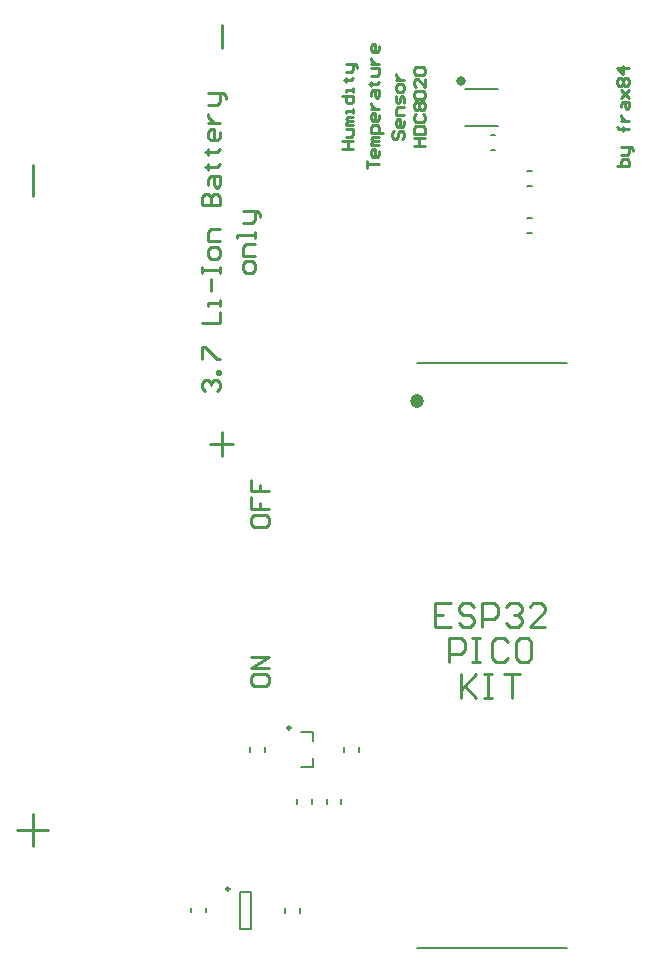
<source format=gbr>
G04 Layer_Color=65535*
%FSLAX24Y24*%
%MOIN*%
%TF.FileFunction,Legend,Top*%
%TF.Part,Single*%
G01*
G75*
%TA.AperFunction,NonConductor*%
%ADD23C,0.0098*%
%TA.AperFunction,OtherPad,Pad U2-3 (3043.307mil,4417.323mil)*%
%ADD24C,0.0315*%
%TA.AperFunction,OtherPad,Free Pad (2895.276mil,3353.543mil)*%
%ADD25C,0.0472*%
%TA.AperFunction,NonConductor*%
%ADD26C,0.0079*%
%ADD27C,0.0050*%
%ADD28C,0.0100*%
D23*
X22697Y17254D02*
G03*
X22697Y17254I-49J0D01*
G01*
X24734Y22628D02*
G03*
X24734Y22628I-49J0D01*
G01*
D24*
X30433Y44173D02*
D03*
D25*
X28953Y33535D02*
D03*
D26*
X23051Y15925D02*
X23406D01*
Y17146D01*
X23051D01*
Y15925D01*
X25079Y21319D02*
X25472D01*
Y21624D01*
Y22195D02*
Y22500D01*
X25079D01*
D27*
X21404Y16481D02*
Y16631D01*
X21904D02*
Y16481D01*
X24553Y16461D02*
Y16611D01*
X25053D02*
Y16461D01*
X28953Y15285D02*
X33953D01*
X27022Y21833D02*
Y21983D01*
X26522D02*
Y21833D01*
X26427Y20240D02*
Y20083D01*
X25935D02*
Y20240D01*
X25443Y20240D02*
Y20083D01*
X24951D02*
Y20240D01*
X23872Y21835D02*
Y21985D01*
X23372D02*
Y21835D01*
X33953Y34785D02*
X28953D01*
X32618Y39124D02*
X32776D01*
Y39616D02*
X32618D01*
Y40699D02*
X32776D01*
Y41191D02*
X32618D01*
X31552Y42376D02*
X31402D01*
X31654Y42677D02*
X30551D01*
X31402Y41876D02*
X31552D01*
X31654Y43937D02*
X30551D01*
D28*
X16142Y18701D02*
Y19750D01*
X16667Y19226D02*
X15617D01*
X23425Y24114D02*
X23524Y24016D01*
X23917D01*
X24016Y24114D01*
Y24311D01*
X23917Y24409D01*
X23524D01*
X23425Y24311D01*
Y24114D01*
Y24606D02*
X24016Y25000D01*
X23425D01*
Y24606D02*
X24016D01*
X29553Y26005D02*
X30078D01*
X30471D02*
X30340Y26136D01*
X30471Y26005D02*
X30733D01*
X30865Y26136D01*
Y26267D01*
X30733Y26398D01*
X30471D01*
X30340Y26529D01*
Y26661D01*
X30471Y26792D01*
X30733D01*
X30865Y26661D01*
X30078Y26792D02*
X29553D01*
Y26005D01*
Y26398D02*
X29815D01*
X30012Y25607D02*
X30405D01*
X30537Y25476D01*
Y25214D01*
X30405Y25082D01*
X30012D01*
Y25607D02*
Y24820D01*
X30799D02*
X31061D01*
X31455Y24951D02*
X31586Y24820D01*
X31849D01*
X31980Y24951D01*
X32242D02*
X32373Y24820D01*
X32636D01*
X32767Y24951D01*
Y25476D01*
X32636Y25607D01*
X32373D01*
X32242Y25476D01*
Y24951D01*
X32373Y24423D02*
X32111D01*
Y23635D01*
X32373Y24423D02*
X31849D01*
X31455D02*
X31324D01*
Y23635D01*
X31193D01*
X31455D01*
Y24423D02*
X31193D01*
X31455Y24951D02*
Y25476D01*
X31586Y25607D01*
X31849D01*
X31980Y25476D01*
X33226Y26005D02*
X32701D01*
X33226Y26529D01*
Y26661D01*
X33095Y26792D01*
X32833D01*
X32701Y26661D01*
X32439D02*
Y26529D01*
X32308Y26398D01*
X32177D01*
X32308D01*
X32439Y26267D01*
Y26136D01*
X32308Y26005D01*
X32045D01*
X31914Y26136D01*
X31521Y26267D02*
X31127D01*
Y26005D02*
Y26792D01*
X31521D01*
X31652Y26661D01*
Y26398D01*
X31521Y26267D01*
X31914Y26661D02*
X32045Y26792D01*
X32308D01*
X32439Y26661D01*
X31061Y25607D02*
X30930D01*
Y24820D01*
X30799D01*
X30930Y24423D02*
X30537Y24029D01*
X30930Y23635D01*
X30405D02*
Y23898D01*
X30930Y24423D01*
X30405D02*
Y23635D01*
X31061Y25607D02*
X30799D01*
X24016Y30511D02*
X23721D01*
Y30708D01*
Y30511D01*
X23425D01*
Y30905D01*
Y30315D02*
Y29921D01*
X23721D01*
Y30118D01*
Y29921D01*
X24016D01*
Y29626D02*
X23917Y29724D01*
X23524D01*
X23425Y29626D01*
Y29429D01*
X23524Y29331D01*
X23917D01*
X24016Y29429D01*
Y29626D01*
X22441Y31693D02*
Y32480D01*
X22047Y32086D02*
X22834D01*
X22390Y33941D02*
X22292Y33843D01*
X22390Y33941D02*
Y34138D01*
X22292Y34236D01*
X22193D01*
X22095Y34138D01*
Y34040D01*
Y34138D01*
X21997Y34236D01*
X21898D01*
X21800Y34138D01*
Y33941D01*
X21898Y33843D01*
X22292Y34433D02*
Y34532D01*
X22390D01*
Y34433D01*
X22292D01*
Y34925D02*
X22390D01*
X22292D02*
X21898Y35319D01*
X21800D01*
Y34925D01*
X22390Y36106D02*
Y36499D01*
Y36696D02*
Y36893D01*
Y36795D01*
X21997D01*
Y36696D01*
X22390Y36106D02*
X21800D01*
X22095Y37188D02*
Y37582D01*
X22390Y37779D02*
Y37975D01*
Y38369D02*
Y38566D01*
X22292Y38664D01*
X22095D01*
X21997Y38566D01*
Y38369D01*
X22095Y38270D01*
X22292D01*
X22390Y38369D01*
Y38861D02*
X21997D01*
Y39156D01*
X22095Y39254D01*
X22390D01*
X22945Y39058D02*
Y38959D01*
X22390Y37877D02*
Y37779D01*
Y37877D02*
X21800D01*
Y37975D01*
Y37779D01*
X23142Y37877D02*
X23240Y37779D01*
X23437D01*
X23535Y37877D01*
Y38074D01*
X23437Y38172D01*
X23240D01*
X23142Y38074D01*
Y37877D01*
Y38369D02*
Y38664D01*
X23240Y38762D01*
X23535D01*
Y38959D02*
Y39156D01*
Y39058D01*
X22945D01*
X23142Y38369D02*
X23535D01*
X23437Y39451D02*
X23535Y39550D01*
Y39845D01*
X23634D01*
X23732Y39746D01*
Y39648D01*
X23535Y39845D02*
X23142D01*
Y39451D02*
X23437D01*
X22390Y40042D02*
Y40337D01*
X22292Y40435D01*
X22193D01*
X22095Y40337D01*
Y40042D01*
Y40337D01*
X21997Y40435D01*
X21898D01*
X21800Y40337D01*
Y40042D01*
X22390D01*
Y40730D02*
X22292Y40632D01*
X22193Y40730D01*
Y41026D01*
X22095D02*
X22390D01*
Y40730D01*
X21997D02*
Y40927D01*
X22095Y41026D01*
X21997Y41222D02*
Y41419D01*
Y41321D01*
Y41222D01*
Y41321D02*
X22292D01*
X22390Y41419D01*
X22292Y41813D02*
X22390Y41911D01*
X22292Y41813D02*
X21997D01*
Y41714D01*
Y41911D01*
Y41813D01*
X21898D01*
Y41321D02*
X21997D01*
X22095Y42206D02*
X21997Y42305D01*
Y42501D01*
X22095Y42600D01*
X22193D01*
Y42206D01*
X22095D02*
X22292D01*
X22390Y42305D01*
Y42501D01*
Y42797D02*
X22193D01*
X22095Y42895D01*
X21997Y42993D01*
Y43092D01*
Y43387D02*
X22292D01*
X22390Y43485D01*
Y43781D01*
X22489D01*
X22587Y43682D01*
Y43584D01*
X22390Y43781D02*
X21997D01*
Y42797D02*
X22390D01*
X22441Y45276D02*
Y46063D01*
X26569Y42914D02*
X26635Y42980D01*
X26831D01*
Y43111D02*
Y43242D01*
Y43177D01*
X26569D01*
Y43111D01*
X26635Y43439D02*
X26569Y43505D01*
Y43701D01*
X26438D02*
X26831D01*
Y43505D01*
X26766Y43439D01*
X26635D01*
X26569Y43833D02*
Y43898D01*
X26831D01*
Y43964D01*
Y43833D01*
Y42849D02*
X26635D01*
X26831D01*
Y42718D02*
X26569D01*
Y42783D01*
X26635Y42849D01*
X26569Y42914D01*
Y42586D02*
X26831D01*
Y42390D01*
X26766Y42324D01*
X26569D01*
X26635Y42193D02*
X26438D01*
X26831D01*
X26635D02*
Y41930D01*
X26831D01*
X26438D01*
X27413Y41865D02*
X27478Y41930D01*
X27544D01*
Y41668D01*
X27609D02*
X27478D01*
X27413Y41734D01*
Y41865D01*
X27675D02*
Y41734D01*
X27609Y41668D01*
X27675Y41406D02*
X27281D01*
Y41537D01*
Y41274D01*
X28125Y42324D02*
X28190Y42258D01*
X28256D01*
X28322Y42324D01*
Y42455D01*
X28387Y42521D01*
X28453D01*
X28518Y42455D01*
Y42324D01*
X28453Y42258D01*
Y42652D02*
X28322D01*
X28256Y42718D01*
Y42849D01*
X28322Y42914D01*
X28387D01*
Y42652D01*
X28453D02*
X28518Y42718D01*
Y42849D01*
X28837Y42881D02*
X28903Y42816D01*
X29165D01*
X29231Y42881D01*
Y43013D01*
X29165Y43078D01*
Y43209D02*
X29100D01*
X29034Y43275D01*
X28968Y43209D01*
X28903D01*
X28837Y43275D01*
Y43406D01*
X28903Y43472D01*
X28968D01*
X29034Y43406D01*
X29100Y43472D01*
X29165D01*
X29231Y43406D01*
Y43275D01*
X29165Y43209D01*
X29034Y43275D02*
Y43406D01*
X29165Y43603D02*
X28903D01*
X28837Y43669D01*
Y43800D01*
X28903Y43865D01*
X29165D01*
X29231Y43800D01*
Y43669D01*
X29165Y43603D01*
Y42685D02*
X28903D01*
X28837Y42619D01*
Y42422D01*
X29231D01*
Y42619D01*
X29165Y42685D01*
X29231Y42291D02*
X28837D01*
X29034D01*
Y42029D01*
X29231D01*
X28837D01*
Y42881D02*
Y43013D01*
X28903Y43078D01*
X28518Y43045D02*
X28256D01*
Y43242D01*
X28322Y43308D01*
X28518D01*
Y43439D02*
Y43636D01*
X28453Y43701D01*
X28387Y43636D01*
Y43505D01*
X28322Y43439D01*
X28256Y43505D01*
Y43701D01*
X28322Y43833D02*
X28453D01*
X28518Y43898D01*
Y44029D01*
X28453Y44095D01*
X28322D01*
X28256Y44029D01*
Y43898D01*
X28322Y43833D01*
X28190Y42521D02*
X28125Y42455D01*
Y42324D01*
X27675Y43045D02*
Y42914D01*
X27609Y42849D01*
X27478D01*
X27413Y42914D01*
Y43045D01*
X27478Y43111D01*
X27544D01*
Y42849D01*
X27609Y42718D02*
X27675Y42652D01*
Y42455D01*
X27806D02*
X27413D01*
Y42652D01*
X27478Y42718D01*
X27609D01*
X27675Y42324D02*
X27478D01*
X27413Y42258D01*
X27478Y42193D01*
X27675D01*
X27478D01*
X27413Y42127D01*
Y42062D01*
X27675D01*
Y43242D02*
X27544D01*
X27478Y43308D01*
X27413Y43373D01*
Y43439D01*
Y43242D02*
X27675D01*
Y43701D02*
X27609Y43636D01*
X27544Y43701D01*
Y43898D01*
X27478D02*
X27675D01*
Y43701D01*
X27413D02*
Y43833D01*
X27478Y43898D01*
X28256Y44226D02*
X28518D01*
X28387D01*
X28322Y44292D01*
X28256Y44357D01*
Y44423D01*
X28837Y44456D02*
Y44587D01*
X28903Y44653D01*
X29165D01*
X29231Y44587D01*
Y44456D01*
X29165Y44390D01*
X28903D01*
X28837Y44456D01*
Y44193D02*
Y44062D01*
X28903Y43997D01*
Y44259D02*
X28837Y44193D01*
X28903Y44259D02*
X28968D01*
X29231Y43997D01*
Y44259D01*
X27675Y45210D02*
X27609Y45145D01*
X27478D01*
X27413Y45210D01*
Y45341D01*
X27478Y45407D01*
X27544D01*
Y45145D01*
X27675Y45210D02*
Y45341D01*
Y44751D02*
X27544D01*
X27478Y44817D01*
X27413Y44882D01*
Y44948D01*
Y44751D02*
X27675D01*
Y44620D02*
X27413D01*
Y44357D02*
X27609D01*
X27675Y44423D01*
Y44620D01*
Y44161D02*
X27609Y44095D01*
X27413D01*
Y44029D01*
Y44161D01*
Y44095D01*
X27347D01*
X26831Y44292D02*
X26766Y44226D01*
X26569D01*
Y44161D01*
Y44292D01*
Y44226D01*
X26503D01*
X26569Y44489D02*
X26766D01*
X26831Y44554D01*
Y44751D01*
X26897D01*
X26963Y44685D01*
Y44620D01*
X26831Y44751D02*
X26569D01*
X35761Y41732D02*
X35958D01*
X36024Y41798D01*
Y41995D01*
X36089D01*
X36155Y41929D01*
Y41863D01*
X36024Y41535D02*
X35958Y41601D01*
X35892D01*
X35827D01*
X35761Y41535D01*
Y41339D01*
X35630D02*
X36024D01*
Y41535D01*
Y41995D02*
X35761D01*
X35827Y42519D02*
Y42650D01*
Y42585D01*
Y42519D01*
Y42585D02*
X35696D01*
X35827D01*
X35696D02*
X35630Y42650D01*
X35696Y42585D02*
X36024D01*
Y42847D02*
X35892D01*
X35827Y42913D01*
X35761Y42978D01*
Y43044D01*
Y43306D02*
Y43438D01*
X35827Y43503D01*
X36024D01*
Y43306D01*
X35958Y43241D01*
X35892Y43306D01*
Y43503D01*
X35761Y43634D02*
X36024Y43897D01*
X35892Y43766D01*
X35761Y43897D01*
X36024Y43634D01*
Y42847D02*
X35761D01*
X36024Y44094D02*
X35958Y44028D01*
X35892D01*
X35827Y44094D01*
X35761Y44028D01*
X35696D01*
X35630Y44094D01*
Y44225D01*
X35696Y44290D01*
X35761D01*
X35827Y44225D01*
X35892Y44290D01*
X35958D01*
X36024Y44225D01*
Y44094D01*
Y44618D02*
X35630D01*
X35827Y44422D01*
Y44684D01*
Y44225D02*
Y44094D01*
X16142Y41404D02*
Y40354D01*
%TF.MD5,f97ee6ce842a0f3f5fa3a9c9a4ced3c1*%
M02*

</source>
